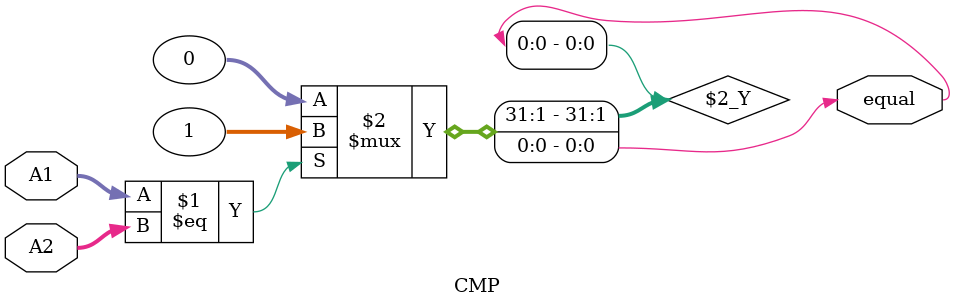
<source format=v>
`timescale 1ns / 1ps
module CMP(
    input [31:0] A1,
	 input [31:0] A2,
	 output equal
	 );
	 
	 assign equal = (A1==A2)?1:0;


endmodule

</source>
